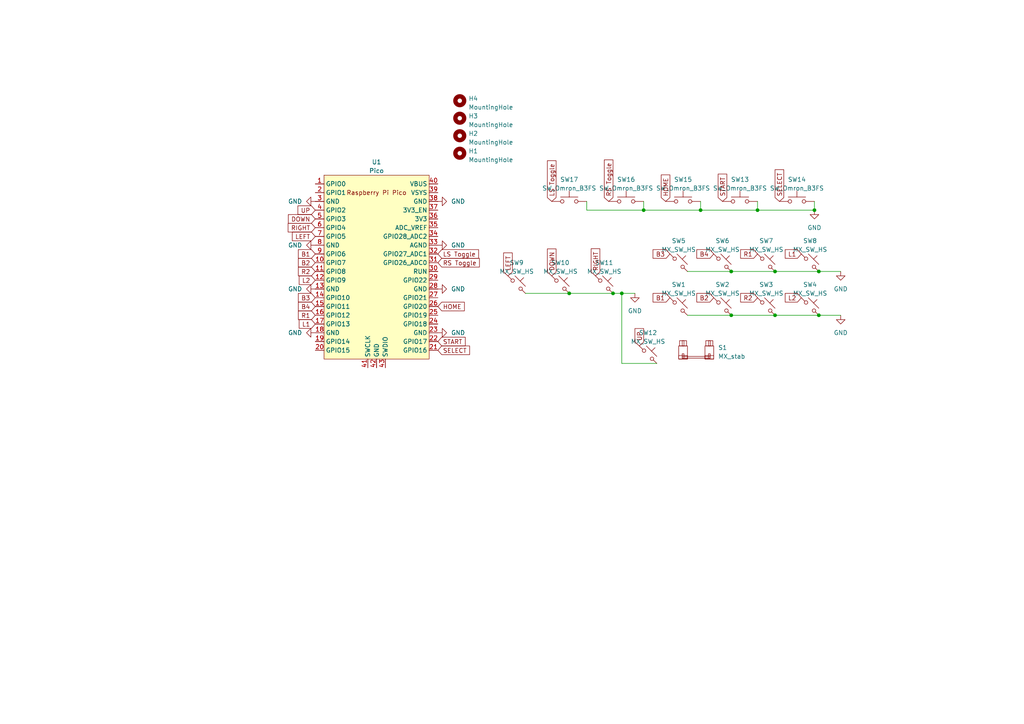
<source format=kicad_sch>
(kicad_sch (version 20230121) (generator eeschema)

  (uuid e5851faa-5324-41a2-8d3a-f95b8240fec4)

  (paper "A4")

  (lib_symbols
    (symbol "MCU_RaspberryPi_and_Boards:Pico" (in_bom yes) (on_board yes)
      (property "Reference" "U" (at -13.97 27.94 0)
        (effects (font (size 1.27 1.27)))
      )
      (property "Value" "Pico" (at 0 19.05 0)
        (effects (font (size 1.27 1.27)))
      )
      (property "Footprint" "RPi_Pico:RPi_Pico_SMD_TH" (at 0 0 90)
        (effects (font (size 1.27 1.27)) hide)
      )
      (property "Datasheet" "" (at 0 0 0)
        (effects (font (size 1.27 1.27)) hide)
      )
      (symbol "Pico_0_0"
        (text "Raspberry Pi Pico" (at 0 21.59 0)
          (effects (font (size 1.27 1.27)))
        )
      )
      (symbol "Pico_0_1"
        (rectangle (start -15.24 26.67) (end 15.24 -26.67)
          (stroke (width 0) (type default))
          (fill (type background))
        )
      )
      (symbol "Pico_1_1"
        (pin bidirectional line (at -17.78 24.13 0) (length 2.54)
          (name "GPIO0" (effects (font (size 1.27 1.27))))
          (number "1" (effects (font (size 1.27 1.27))))
        )
        (pin bidirectional line (at -17.78 1.27 0) (length 2.54)
          (name "GPIO7" (effects (font (size 1.27 1.27))))
          (number "10" (effects (font (size 1.27 1.27))))
        )
        (pin bidirectional line (at -17.78 -1.27 0) (length 2.54)
          (name "GPIO8" (effects (font (size 1.27 1.27))))
          (number "11" (effects (font (size 1.27 1.27))))
        )
        (pin bidirectional line (at -17.78 -3.81 0) (length 2.54)
          (name "GPIO9" (effects (font (size 1.27 1.27))))
          (number "12" (effects (font (size 1.27 1.27))))
        )
        (pin power_in line (at -17.78 -6.35 0) (length 2.54)
          (name "GND" (effects (font (size 1.27 1.27))))
          (number "13" (effects (font (size 1.27 1.27))))
        )
        (pin bidirectional line (at -17.78 -8.89 0) (length 2.54)
          (name "GPIO10" (effects (font (size 1.27 1.27))))
          (number "14" (effects (font (size 1.27 1.27))))
        )
        (pin bidirectional line (at -17.78 -11.43 0) (length 2.54)
          (name "GPIO11" (effects (font (size 1.27 1.27))))
          (number "15" (effects (font (size 1.27 1.27))))
        )
        (pin bidirectional line (at -17.78 -13.97 0) (length 2.54)
          (name "GPIO12" (effects (font (size 1.27 1.27))))
          (number "16" (effects (font (size 1.27 1.27))))
        )
        (pin bidirectional line (at -17.78 -16.51 0) (length 2.54)
          (name "GPIO13" (effects (font (size 1.27 1.27))))
          (number "17" (effects (font (size 1.27 1.27))))
        )
        (pin power_in line (at -17.78 -19.05 0) (length 2.54)
          (name "GND" (effects (font (size 1.27 1.27))))
          (number "18" (effects (font (size 1.27 1.27))))
        )
        (pin bidirectional line (at -17.78 -21.59 0) (length 2.54)
          (name "GPIO14" (effects (font (size 1.27 1.27))))
          (number "19" (effects (font (size 1.27 1.27))))
        )
        (pin bidirectional line (at -17.78 21.59 0) (length 2.54)
          (name "GPIO1" (effects (font (size 1.27 1.27))))
          (number "2" (effects (font (size 1.27 1.27))))
        )
        (pin bidirectional line (at -17.78 -24.13 0) (length 2.54)
          (name "GPIO15" (effects (font (size 1.27 1.27))))
          (number "20" (effects (font (size 1.27 1.27))))
        )
        (pin bidirectional line (at 17.78 -24.13 180) (length 2.54)
          (name "GPIO16" (effects (font (size 1.27 1.27))))
          (number "21" (effects (font (size 1.27 1.27))))
        )
        (pin bidirectional line (at 17.78 -21.59 180) (length 2.54)
          (name "GPIO17" (effects (font (size 1.27 1.27))))
          (number "22" (effects (font (size 1.27 1.27))))
        )
        (pin power_in line (at 17.78 -19.05 180) (length 2.54)
          (name "GND" (effects (font (size 1.27 1.27))))
          (number "23" (effects (font (size 1.27 1.27))))
        )
        (pin bidirectional line (at 17.78 -16.51 180) (length 2.54)
          (name "GPIO18" (effects (font (size 1.27 1.27))))
          (number "24" (effects (font (size 1.27 1.27))))
        )
        (pin bidirectional line (at 17.78 -13.97 180) (length 2.54)
          (name "GPIO19" (effects (font (size 1.27 1.27))))
          (number "25" (effects (font (size 1.27 1.27))))
        )
        (pin bidirectional line (at 17.78 -11.43 180) (length 2.54)
          (name "GPIO20" (effects (font (size 1.27 1.27))))
          (number "26" (effects (font (size 1.27 1.27))))
        )
        (pin bidirectional line (at 17.78 -8.89 180) (length 2.54)
          (name "GPIO21" (effects (font (size 1.27 1.27))))
          (number "27" (effects (font (size 1.27 1.27))))
        )
        (pin power_in line (at 17.78 -6.35 180) (length 2.54)
          (name "GND" (effects (font (size 1.27 1.27))))
          (number "28" (effects (font (size 1.27 1.27))))
        )
        (pin bidirectional line (at 17.78 -3.81 180) (length 2.54)
          (name "GPIO22" (effects (font (size 1.27 1.27))))
          (number "29" (effects (font (size 1.27 1.27))))
        )
        (pin power_in line (at -17.78 19.05 0) (length 2.54)
          (name "GND" (effects (font (size 1.27 1.27))))
          (number "3" (effects (font (size 1.27 1.27))))
        )
        (pin input line (at 17.78 -1.27 180) (length 2.54)
          (name "RUN" (effects (font (size 1.27 1.27))))
          (number "30" (effects (font (size 1.27 1.27))))
        )
        (pin bidirectional line (at 17.78 1.27 180) (length 2.54)
          (name "GPIO26_ADC0" (effects (font (size 1.27 1.27))))
          (number "31" (effects (font (size 1.27 1.27))))
        )
        (pin bidirectional line (at 17.78 3.81 180) (length 2.54)
          (name "GPIO27_ADC1" (effects (font (size 1.27 1.27))))
          (number "32" (effects (font (size 1.27 1.27))))
        )
        (pin power_in line (at 17.78 6.35 180) (length 2.54)
          (name "AGND" (effects (font (size 1.27 1.27))))
          (number "33" (effects (font (size 1.27 1.27))))
        )
        (pin bidirectional line (at 17.78 8.89 180) (length 2.54)
          (name "GPIO28_ADC2" (effects (font (size 1.27 1.27))))
          (number "34" (effects (font (size 1.27 1.27))))
        )
        (pin power_in line (at 17.78 11.43 180) (length 2.54)
          (name "ADC_VREF" (effects (font (size 1.27 1.27))))
          (number "35" (effects (font (size 1.27 1.27))))
        )
        (pin power_in line (at 17.78 13.97 180) (length 2.54)
          (name "3V3" (effects (font (size 1.27 1.27))))
          (number "36" (effects (font (size 1.27 1.27))))
        )
        (pin input line (at 17.78 16.51 180) (length 2.54)
          (name "3V3_EN" (effects (font (size 1.27 1.27))))
          (number "37" (effects (font (size 1.27 1.27))))
        )
        (pin bidirectional line (at 17.78 19.05 180) (length 2.54)
          (name "GND" (effects (font (size 1.27 1.27))))
          (number "38" (effects (font (size 1.27 1.27))))
        )
        (pin power_in line (at 17.78 21.59 180) (length 2.54)
          (name "VSYS" (effects (font (size 1.27 1.27))))
          (number "39" (effects (font (size 1.27 1.27))))
        )
        (pin bidirectional line (at -17.78 16.51 0) (length 2.54)
          (name "GPIO2" (effects (font (size 1.27 1.27))))
          (number "4" (effects (font (size 1.27 1.27))))
        )
        (pin power_in line (at 17.78 24.13 180) (length 2.54)
          (name "VBUS" (effects (font (size 1.27 1.27))))
          (number "40" (effects (font (size 1.27 1.27))))
        )
        (pin input line (at -2.54 -29.21 90) (length 2.54)
          (name "SWCLK" (effects (font (size 1.27 1.27))))
          (number "41" (effects (font (size 1.27 1.27))))
        )
        (pin power_in line (at 0 -29.21 90) (length 2.54)
          (name "GND" (effects (font (size 1.27 1.27))))
          (number "42" (effects (font (size 1.27 1.27))))
        )
        (pin bidirectional line (at 2.54 -29.21 90) (length 2.54)
          (name "SWDIO" (effects (font (size 1.27 1.27))))
          (number "43" (effects (font (size 1.27 1.27))))
        )
        (pin bidirectional line (at -17.78 13.97 0) (length 2.54)
          (name "GPIO3" (effects (font (size 1.27 1.27))))
          (number "5" (effects (font (size 1.27 1.27))))
        )
        (pin bidirectional line (at -17.78 11.43 0) (length 2.54)
          (name "GPIO4" (effects (font (size 1.27 1.27))))
          (number "6" (effects (font (size 1.27 1.27))))
        )
        (pin bidirectional line (at -17.78 8.89 0) (length 2.54)
          (name "GPIO5" (effects (font (size 1.27 1.27))))
          (number "7" (effects (font (size 1.27 1.27))))
        )
        (pin power_in line (at -17.78 6.35 0) (length 2.54)
          (name "GND" (effects (font (size 1.27 1.27))))
          (number "8" (effects (font (size 1.27 1.27))))
        )
        (pin bidirectional line (at -17.78 3.81 0) (length 2.54)
          (name "GPIO6" (effects (font (size 1.27 1.27))))
          (number "9" (effects (font (size 1.27 1.27))))
        )
      )
    )
    (symbol "Mechanical:MountingHole" (pin_names (offset 1.016)) (in_bom yes) (on_board yes)
      (property "Reference" "H" (at 0 5.08 0)
        (effects (font (size 1.27 1.27)))
      )
      (property "Value" "MountingHole" (at 0 3.175 0)
        (effects (font (size 1.27 1.27)))
      )
      (property "Footprint" "" (at 0 0 0)
        (effects (font (size 1.27 1.27)) hide)
      )
      (property "Datasheet" "~" (at 0 0 0)
        (effects (font (size 1.27 1.27)) hide)
      )
      (property "ki_keywords" "mounting hole" (at 0 0 0)
        (effects (font (size 1.27 1.27)) hide)
      )
      (property "ki_description" "Mounting Hole without connection" (at 0 0 0)
        (effects (font (size 1.27 1.27)) hide)
      )
      (property "ki_fp_filters" "MountingHole*" (at 0 0 0)
        (effects (font (size 1.27 1.27)) hide)
      )
      (symbol "MountingHole_0_1"
        (circle (center 0 0) (radius 1.27)
          (stroke (width 1.27) (type default))
          (fill (type none))
        )
      )
    )
    (symbol "Switch:SW_Omron_B3FS" (pin_numbers hide) (pin_names (offset 1.016) hide) (in_bom yes) (on_board yes)
      (property "Reference" "SW" (at 1.27 2.54 0)
        (effects (font (size 1.27 1.27)) (justify left))
      )
      (property "Value" "SW_Omron_B3FS" (at 0 -1.524 0)
        (effects (font (size 1.27 1.27)))
      )
      (property "Footprint" "" (at 0 5.08 0)
        (effects (font (size 1.27 1.27)) hide)
      )
      (property "Datasheet" "https://omronfs.omron.com/en_US/ecb/products/pdf/en-b3fs.pdf" (at 0 5.08 0)
        (effects (font (size 1.27 1.27)) hide)
      )
      (property "ki_keywords" "switch normally-open pushbutton push-button" (at 0 0 0)
        (effects (font (size 1.27 1.27)) hide)
      )
      (property "ki_description" "Omron B3FS 6x6mm single pole normally-open tactile switch" (at 0 0 0)
        (effects (font (size 1.27 1.27)) hide)
      )
      (property "ki_fp_filters" "SW*Omron*B3FS*" (at 0 0 0)
        (effects (font (size 1.27 1.27)) hide)
      )
      (symbol "SW_Omron_B3FS_0_1"
        (circle (center -2.032 0) (radius 0.508)
          (stroke (width 0) (type default))
          (fill (type none))
        )
        (polyline
          (pts
            (xy 0 1.27)
            (xy 0 3.048)
          )
          (stroke (width 0) (type default))
          (fill (type none))
        )
        (polyline
          (pts
            (xy 2.54 1.27)
            (xy -2.54 1.27)
          )
          (stroke (width 0) (type default))
          (fill (type none))
        )
        (circle (center 2.032 0) (radius 0.508)
          (stroke (width 0) (type default))
          (fill (type none))
        )
        (pin passive line (at -5.08 0 0) (length 2.54)
          (name "1" (effects (font (size 1.27 1.27))))
          (number "1" (effects (font (size 1.27 1.27))))
        )
        (pin passive line (at 5.08 0 180) (length 2.54)
          (name "2" (effects (font (size 1.27 1.27))))
          (number "2" (effects (font (size 1.27 1.27))))
        )
      )
    )
    (symbol "marbastlib-mx:MX_SW_HS" (pin_numbers hide) (pin_names (offset 1.016) hide) (in_bom yes) (on_board yes)
      (property "Reference" "SW" (at 3.048 1.016 0)
        (effects (font (size 1.27 1.27)) (justify left))
      )
      (property "Value" "MX_SW_HS" (at 0 -3.81 0)
        (effects (font (size 1.27 1.27)))
      )
      (property "Footprint" "marbastlib-mx:SW_MX_HS_1u" (at 0 0 0)
        (effects (font (size 1.27 1.27)) hide)
      )
      (property "Datasheet" "~" (at 0 0 0)
        (effects (font (size 1.27 1.27)) hide)
      )
      (property "ki_keywords" "switch normally-open pushbutton push-button" (at 0 0 0)
        (effects (font (size 1.27 1.27)) hide)
      )
      (property "ki_description" "Push button switch, normally open, two pins, 45° tilted" (at 0 0 0)
        (effects (font (size 1.27 1.27)) hide)
      )
      (symbol "MX_SW_HS_0_1"
        (circle (center -1.1684 1.1684) (radius 0.508)
          (stroke (width 0) (type default))
          (fill (type none))
        )
        (polyline
          (pts
            (xy -0.508 2.54)
            (xy 2.54 -0.508)
          )
          (stroke (width 0) (type default))
          (fill (type none))
        )
        (polyline
          (pts
            (xy 1.016 1.016)
            (xy 2.032 2.032)
          )
          (stroke (width 0) (type default))
          (fill (type none))
        )
        (polyline
          (pts
            (xy -2.54 2.54)
            (xy -1.524 1.524)
            (xy -1.524 1.524)
          )
          (stroke (width 0) (type default))
          (fill (type none))
        )
        (polyline
          (pts
            (xy 1.524 -1.524)
            (xy 2.54 -2.54)
            (xy 2.54 -2.54)
            (xy 2.54 -2.54)
          )
          (stroke (width 0) (type default))
          (fill (type none))
        )
        (circle (center 1.143 -1.1938) (radius 0.508)
          (stroke (width 0) (type default))
          (fill (type none))
        )
        (pin passive line (at -2.54 2.54 0) (length 0)
          (name "1" (effects (font (size 1.27 1.27))))
          (number "1" (effects (font (size 1.27 1.27))))
        )
        (pin passive line (at 2.54 -2.54 180) (length 0)
          (name "2" (effects (font (size 1.27 1.27))))
          (number "2" (effects (font (size 1.27 1.27))))
        )
      )
    )
    (symbol "marbastlib-mx:MX_stab" (pin_names (offset 1.016)) (in_bom yes) (on_board yes)
      (property "Reference" "S" (at -5.08 6.35 0)
        (effects (font (size 1.27 1.27)) (justify left))
      )
      (property "Value" "MX_stab" (at -5.08 3.81 0)
        (effects (font (size 1.27 1.27)) (justify left))
      )
      (property "Footprint" "marbastlib-mx:STAB_MX_P_6.25u" (at 0 0 0)
        (effects (font (size 1.27 1.27)) hide)
      )
      (property "Datasheet" "" (at 0 0 0)
        (effects (font (size 1.27 1.27)) hide)
      )
      (property "ki_keywords" "cherry mx stabilizer stab" (at 0 0 0)
        (effects (font (size 1.27 1.27)) hide)
      )
      (property "ki_description" "Cherry MX-style stabilizer" (at 0 0 0)
        (effects (font (size 1.27 1.27)) hide)
      )
      (symbol "MX_stab_0_1"
        (rectangle (start -5.08 -1.524) (end -2.54 -2.54)
          (stroke (width 0) (type default))
          (fill (type none))
        )
        (rectangle (start -5.08 1.27) (end -2.54 -2.54)
          (stroke (width 0) (type default))
          (fill (type none))
        )
        (rectangle (start -4.826 2.794) (end -2.794 1.27)
          (stroke (width 0) (type default))
          (fill (type none))
        )
        (rectangle (start -4.064 -2.286) (end -3.556 -1.016)
          (stroke (width 0) (type default))
          (fill (type none))
        )
        (rectangle (start -4.064 -1.778) (end 4.064 -2.286)
          (stroke (width 0) (type default))
          (fill (type none))
        )
        (rectangle (start -4.064 1.27) (end -3.556 2.794)
          (stroke (width 0) (type default))
          (fill (type none))
        )
        (rectangle (start 2.54 -1.524) (end 5.08 -2.54)
          (stroke (width 0) (type default))
          (fill (type none))
        )
        (rectangle (start 2.54 1.27) (end 5.08 -2.54)
          (stroke (width 0) (type default))
          (fill (type none))
        )
        (rectangle (start 2.794 2.794) (end 4.826 1.27)
          (stroke (width 0) (type default))
          (fill (type none))
        )
        (rectangle (start 3.556 1.27) (end 4.064 2.794)
          (stroke (width 0) (type default))
          (fill (type none))
        )
        (rectangle (start 4.064 -2.286) (end 3.556 -1.016)
          (stroke (width 0) (type default))
          (fill (type none))
        )
      )
    )
    (symbol "power:GND" (power) (pin_names (offset 0)) (in_bom yes) (on_board yes)
      (property "Reference" "#PWR" (at 0 -6.35 0)
        (effects (font (size 1.27 1.27)) hide)
      )
      (property "Value" "GND" (at 0 -3.81 0)
        (effects (font (size 1.27 1.27)))
      )
      (property "Footprint" "" (at 0 0 0)
        (effects (font (size 1.27 1.27)) hide)
      )
      (property "Datasheet" "" (at 0 0 0)
        (effects (font (size 1.27 1.27)) hide)
      )
      (property "ki_keywords" "global power" (at 0 0 0)
        (effects (font (size 1.27 1.27)) hide)
      )
      (property "ki_description" "Power symbol creates a global label with name \"GND\" , ground" (at 0 0 0)
        (effects (font (size 1.27 1.27)) hide)
      )
      (symbol "GND_0_1"
        (polyline
          (pts
            (xy 0 0)
            (xy 0 -1.27)
            (xy 1.27 -1.27)
            (xy 0 -2.54)
            (xy -1.27 -1.27)
            (xy 0 -1.27)
          )
          (stroke (width 0) (type default))
          (fill (type none))
        )
      )
      (symbol "GND_1_1"
        (pin power_in line (at 0 0 270) (length 0) hide
          (name "GND" (effects (font (size 1.27 1.27))))
          (number "1" (effects (font (size 1.27 1.27))))
        )
      )
    )
  )

  (junction (at 180.34 85.09) (diameter 0) (color 0 0 0 0)
    (uuid 114bbabe-b302-4950-a393-bbb0d0a9de8d)
  )
  (junction (at 219.71 60.96) (diameter 0) (color 0 0 0 0)
    (uuid 39cc2eea-f24c-4aa0-8edc-ea4a559cfce4)
  )
  (junction (at 236.22 60.96) (diameter 0) (color 0 0 0 0)
    (uuid 62928688-a6f0-4ced-b6e1-9fcd26b852b8)
  )
  (junction (at 203.2 60.96) (diameter 0) (color 0 0 0 0)
    (uuid 8646b8b5-b666-4adc-834b-9ada662ad75d)
  )
  (junction (at 186.69 60.96) (diameter 0) (color 0 0 0 0)
    (uuid 90aef5ae-ce04-4f01-b733-f20a89d09b0a)
  )
  (junction (at 224.79 78.74) (diameter 0) (color 0 0 0 0)
    (uuid bffbb844-07d3-42a0-8471-f88382fbb550)
  )
  (junction (at 224.79 91.44) (diameter 0) (color 0 0 0 0)
    (uuid cbe68dab-5b11-41d1-b57a-476305c28dc9)
  )
  (junction (at 212.09 91.44) (diameter 0) (color 0 0 0 0)
    (uuid cf95fa73-6431-47b8-a1f2-a800d5a357e5)
  )
  (junction (at 212.09 78.74) (diameter 0) (color 0 0 0 0)
    (uuid d63b7dce-b78c-45fe-ac06-d504affccbb9)
  )
  (junction (at 165.1 85.09) (diameter 0) (color 0 0 0 0)
    (uuid dcaec540-83eb-48eb-8d1f-4570fe52c9f3)
  )
  (junction (at 237.49 78.74) (diameter 0) (color 0 0 0 0)
    (uuid f2401a97-48ac-4822-a94b-ff025bded739)
  )
  (junction (at 177.8 85.09) (diameter 0) (color 0 0 0 0)
    (uuid f396f7f2-0a94-43d4-a9e2-1af9510b46b2)
  )
  (junction (at 237.49 91.44) (diameter 0) (color 0 0 0 0)
    (uuid fcd7bb0e-3376-419e-861e-2e65f6f750fb)
  )

  (wire (pts (xy 165.1 85.09) (xy 177.8 85.09))
    (stroke (width 0) (type default))
    (uuid 0da1bb42-92db-4e91-9164-237caa3f7f59)
  )
  (wire (pts (xy 199.39 78.74) (xy 212.09 78.74))
    (stroke (width 0) (type default))
    (uuid 0e5ddcb9-92e0-49db-92b5-ca41768111f0)
  )
  (wire (pts (xy 237.49 78.74) (xy 243.84 78.74))
    (stroke (width 0) (type default))
    (uuid 307a53d6-8a44-4e40-aa72-4bc5d27a5709)
  )
  (wire (pts (xy 177.8 85.09) (xy 180.34 85.09))
    (stroke (width 0) (type default))
    (uuid 573450bc-de43-427d-9a87-3d8cd2efe22c)
  )
  (wire (pts (xy 224.79 78.74) (xy 237.49 78.74))
    (stroke (width 0) (type default))
    (uuid 5c4f5d54-494e-4338-b290-21de3f3a71b2)
  )
  (wire (pts (xy 237.49 91.44) (xy 243.84 91.44))
    (stroke (width 0) (type default))
    (uuid 604d6edc-eab5-4ca9-ad7e-ed88487c0627)
  )
  (wire (pts (xy 190.5 105.41) (xy 180.34 105.41))
    (stroke (width 0) (type default))
    (uuid 6ccfb900-fbef-453d-a47f-6f40a99a9a22)
  )
  (wire (pts (xy 212.09 91.44) (xy 224.79 91.44))
    (stroke (width 0) (type default))
    (uuid 6d3d5697-5a73-4a6a-8d73-17823ef8480f)
  )
  (wire (pts (xy 212.09 78.74) (xy 224.79 78.74))
    (stroke (width 0) (type default))
    (uuid 6d7eb622-41dc-4c84-9019-03a54d970a45)
  )
  (wire (pts (xy 203.2 58.42) (xy 203.2 60.96))
    (stroke (width 0) (type default))
    (uuid 73eeeb13-b67e-45d9-92f2-f016000c96f3)
  )
  (wire (pts (xy 180.34 85.09) (xy 180.34 105.41))
    (stroke (width 0) (type default))
    (uuid 7ddbf225-45bf-4c38-89b0-377886c505fd)
  )
  (wire (pts (xy 199.39 91.44) (xy 212.09 91.44))
    (stroke (width 0) (type default))
    (uuid 830eb7f4-ac2f-4628-a355-fd69200bde85)
  )
  (wire (pts (xy 170.18 58.42) (xy 170.18 60.96))
    (stroke (width 0) (type default))
    (uuid 8c9eccba-1883-499b-a6d1-a45ad7061459)
  )
  (wire (pts (xy 224.79 91.44) (xy 237.49 91.44))
    (stroke (width 0) (type default))
    (uuid a0863e7a-e8e6-4cec-9bda-84d0f5c882ad)
  )
  (wire (pts (xy 186.69 58.42) (xy 186.69 60.96))
    (stroke (width 0) (type default))
    (uuid b2f42f8c-964c-49e6-9c35-29b822b82667)
  )
  (wire (pts (xy 236.22 58.42) (xy 236.22 60.96))
    (stroke (width 0) (type default))
    (uuid baff3e9a-3526-4dbf-acf3-c89e3fcf8ee1)
  )
  (wire (pts (xy 219.71 60.96) (xy 236.22 60.96))
    (stroke (width 0) (type default))
    (uuid bee2e367-c104-4073-aea8-7061fcf008a8)
  )
  (wire (pts (xy 170.18 60.96) (xy 186.69 60.96))
    (stroke (width 0) (type default))
    (uuid c492db9e-359e-43be-99cd-a63fad3828e7)
  )
  (wire (pts (xy 152.4 85.09) (xy 165.1 85.09))
    (stroke (width 0) (type default))
    (uuid c570c2e4-ea0a-45a9-b321-7a1b4a10cc78)
  )
  (wire (pts (xy 219.71 58.42) (xy 219.71 60.96))
    (stroke (width 0) (type default))
    (uuid c6e7a7e0-b11c-4452-8bdb-81a63f7d1a34)
  )
  (wire (pts (xy 203.2 60.96) (xy 219.71 60.96))
    (stroke (width 0) (type default))
    (uuid dbe7ddbc-cf55-4b9c-b456-2653c97931bb)
  )
  (wire (pts (xy 180.34 85.09) (xy 184.15 85.09))
    (stroke (width 0) (type default))
    (uuid f6eda723-ca19-41f9-82cb-d1419e9d62c0)
  )
  (wire (pts (xy 186.69 60.96) (xy 203.2 60.96))
    (stroke (width 0) (type default))
    (uuid fc264257-0c1b-4d14-91c2-509c495aa0ed)
  )

  (global_label "DOWN" (shape input) (at 160.02 80.01 90) (fields_autoplaced)
    (effects (font (size 1.27 1.27)) (justify left))
    (uuid 061a1d3b-aa4b-4e58-8a4f-6c7eefa19600)
    (property "Intersheetrefs" "${INTERSHEET_REFS}" (at 160.02 71.7218 90)
      (effects (font (size 1.27 1.27)) (justify left) hide)
    )
  )
  (global_label "HOME" (shape input) (at 193.04 58.42 90) (fields_autoplaced)
    (effects (font (size 1.27 1.27)) (justify left))
    (uuid 09ef0c8a-4b5c-4ef5-88fb-76282d1c9ec5)
    (property "Intersheetrefs" "${INTERSHEET_REFS}" (at 193.04 50.2528 90)
      (effects (font (size 1.27 1.27)) (justify left) hide)
    )
  )
  (global_label "R1" (shape input) (at 91.44 91.44 180) (fields_autoplaced)
    (effects (font (size 1.27 1.27)) (justify right))
    (uuid 0cb7d0d4-db7b-4624-8921-1ac344940803)
    (property "Intersheetrefs" "${INTERSHEET_REFS}" (at 86.0547 91.44 0)
      (effects (font (size 1.27 1.27)) (justify right) hide)
    )
  )
  (global_label "UP" (shape input) (at 91.44 60.96 180) (fields_autoplaced)
    (effects (font (size 1.27 1.27)) (justify right))
    (uuid 36790c6b-90b9-4777-9b84-f028687d84ea)
    (property "Intersheetrefs" "${INTERSHEET_REFS}" (at 85.9337 60.96 0)
      (effects (font (size 1.27 1.27)) (justify right) hide)
    )
  )
  (global_label "R2" (shape input) (at 91.44 78.74 180) (fields_autoplaced)
    (effects (font (size 1.27 1.27)) (justify right))
    (uuid 37bcfad8-071c-4906-b42c-71fa6fa35b45)
    (property "Intersheetrefs" "${INTERSHEET_REFS}" (at 86.0547 78.74 0)
      (effects (font (size 1.27 1.27)) (justify right) hide)
    )
  )
  (global_label "B2" (shape input) (at 91.44 76.2 180) (fields_autoplaced)
    (effects (font (size 1.27 1.27)) (justify right))
    (uuid 380a09fb-0b85-47c8-8e60-7ddbea2d06dc)
    (property "Intersheetrefs" "${INTERSHEET_REFS}" (at 86.0547 76.2 0)
      (effects (font (size 1.27 1.27)) (justify right) hide)
    )
  )
  (global_label "HOME" (shape input) (at 127 88.9 0) (fields_autoplaced)
    (effects (font (size 1.27 1.27)) (justify left))
    (uuid 3dac833f-cfe8-43ff-ba43-cd4d48b43531)
    (property "Intersheetrefs" "${INTERSHEET_REFS}" (at 135.1672 88.9 0)
      (effects (font (size 1.27 1.27)) (justify left) hide)
    )
  )
  (global_label "B4" (shape input) (at 207.01 73.66 180) (fields_autoplaced)
    (effects (font (size 1.27 1.27)) (justify right))
    (uuid 4139e510-3d75-4abb-af1d-0742fd2fc609)
    (property "Intersheetrefs" "${INTERSHEET_REFS}" (at 201.6247 73.66 0)
      (effects (font (size 1.27 1.27)) (justify right) hide)
    )
  )
  (global_label "R1" (shape input) (at 219.71 73.66 180) (fields_autoplaced)
    (effects (font (size 1.27 1.27)) (justify right))
    (uuid 4a6fac91-f6d7-4d5b-b5be-944fd097517b)
    (property "Intersheetrefs" "${INTERSHEET_REFS}" (at 214.3247 73.66 0)
      (effects (font (size 1.27 1.27)) (justify right) hide)
    )
  )
  (global_label "L1" (shape input) (at 91.44 93.98 180) (fields_autoplaced)
    (effects (font (size 1.27 1.27)) (justify right))
    (uuid 4c25022d-6516-4285-82df-3e2187b3cab8)
    (property "Intersheetrefs" "${INTERSHEET_REFS}" (at 86.2966 93.98 0)
      (effects (font (size 1.27 1.27)) (justify right) hide)
    )
  )
  (global_label "B1" (shape input) (at 194.31 86.36 180) (fields_autoplaced)
    (effects (font (size 1.27 1.27)) (justify right))
    (uuid 4d2e9480-d910-4d91-8bba-74a0003f5149)
    (property "Intersheetrefs" "${INTERSHEET_REFS}" (at 188.9247 86.36 0)
      (effects (font (size 1.27 1.27)) (justify right) hide)
    )
  )
  (global_label "R2" (shape input) (at 219.71 86.36 180) (fields_autoplaced)
    (effects (font (size 1.27 1.27)) (justify right))
    (uuid 4d5ba40d-8dc8-4419-9075-2e86a32711d1)
    (property "Intersheetrefs" "${INTERSHEET_REFS}" (at 214.3247 86.36 0)
      (effects (font (size 1.27 1.27)) (justify right) hide)
    )
  )
  (global_label "L1" (shape input) (at 232.41 73.66 180) (fields_autoplaced)
    (effects (font (size 1.27 1.27)) (justify right))
    (uuid 606b39bd-4324-4b92-bff3-a195986ee9da)
    (property "Intersheetrefs" "${INTERSHEET_REFS}" (at 227.2666 73.66 0)
      (effects (font (size 1.27 1.27)) (justify right) hide)
    )
  )
  (global_label "L2" (shape input) (at 232.41 86.36 180) (fields_autoplaced)
    (effects (font (size 1.27 1.27)) (justify right))
    (uuid 66418b64-a1b1-43e3-a354-44321eeff308)
    (property "Intersheetrefs" "${INTERSHEET_REFS}" (at 227.2666 86.36 0)
      (effects (font (size 1.27 1.27)) (justify right) hide)
    )
  )
  (global_label "B3" (shape input) (at 194.31 73.66 180) (fields_autoplaced)
    (effects (font (size 1.27 1.27)) (justify right))
    (uuid 66c18ef0-7ca0-454e-923a-11a6b09e88d0)
    (property "Intersheetrefs" "${INTERSHEET_REFS}" (at 188.9247 73.66 0)
      (effects (font (size 1.27 1.27)) (justify right) hide)
    )
  )
  (global_label "L2" (shape input) (at 91.44 81.28 180) (fields_autoplaced)
    (effects (font (size 1.27 1.27)) (justify right))
    (uuid 6b7e9b5b-60f0-4560-b313-b36a75878491)
    (property "Intersheetrefs" "${INTERSHEET_REFS}" (at 86.2966 81.28 0)
      (effects (font (size 1.27 1.27)) (justify right) hide)
    )
  )
  (global_label "B1" (shape input) (at 91.44 73.66 180) (fields_autoplaced)
    (effects (font (size 1.27 1.27)) (justify right))
    (uuid 6bb9c596-1cd3-49b6-a125-1b64a71713c6)
    (property "Intersheetrefs" "${INTERSHEET_REFS}" (at 86.0547 73.66 0)
      (effects (font (size 1.27 1.27)) (justify right) hide)
    )
  )
  (global_label "RS Toggle" (shape input) (at 127 76.2 0) (fields_autoplaced)
    (effects (font (size 1.27 1.27)) (justify left))
    (uuid 710dd29f-e136-4756-9163-f57841f0afa7)
    (property "Intersheetrefs" "${INTERSHEET_REFS}" (at 139.3157 76.2 0)
      (effects (font (size 1.27 1.27)) (justify left) hide)
    )
  )
  (global_label "RS Toggle" (shape input) (at 176.53 58.42 90) (fields_autoplaced)
    (effects (font (size 1.27 1.27)) (justify left))
    (uuid 73a96314-61c2-4204-bef6-895ece089f52)
    (property "Intersheetrefs" "${INTERSHEET_REFS}" (at 176.53 46.1043 90)
      (effects (font (size 1.27 1.27)) (justify left) hide)
    )
  )
  (global_label "UP" (shape input) (at 185.42 100.33 90) (fields_autoplaced)
    (effects (font (size 1.27 1.27)) (justify left))
    (uuid 778b9ef5-6fe4-4511-9013-b1a260a0f265)
    (property "Intersheetrefs" "${INTERSHEET_REFS}" (at 185.42 94.8237 90)
      (effects (font (size 1.27 1.27)) (justify left) hide)
    )
  )
  (global_label "LS Toggle" (shape input) (at 127 73.66 0) (fields_autoplaced)
    (effects (font (size 1.27 1.27)) (justify left))
    (uuid 7c5708f2-35ff-4ddb-bc7d-bce71f4325c6)
    (property "Intersheetrefs" "${INTERSHEET_REFS}" (at 139.0738 73.66 0)
      (effects (font (size 1.27 1.27)) (justify left) hide)
    )
  )
  (global_label "RIGHT" (shape input) (at 172.72 80.01 90) (fields_autoplaced)
    (effects (font (size 1.27 1.27)) (justify left))
    (uuid 84490c5d-a088-456b-aef5-03f7dd023319)
    (property "Intersheetrefs" "${INTERSHEET_REFS}" (at 172.72 71.6613 90)
      (effects (font (size 1.27 1.27)) (justify left) hide)
    )
  )
  (global_label "RIGHT" (shape input) (at 91.44 66.04 180) (fields_autoplaced)
    (effects (font (size 1.27 1.27)) (justify right))
    (uuid 861600fe-6417-49cc-83d7-5fa830036645)
    (property "Intersheetrefs" "${INTERSHEET_REFS}" (at 83.0913 66.04 0)
      (effects (font (size 1.27 1.27)) (justify right) hide)
    )
  )
  (global_label "B2" (shape input) (at 207.01 86.36 180) (fields_autoplaced)
    (effects (font (size 1.27 1.27)) (justify right))
    (uuid 86eec5e3-2af0-4517-87d3-ef36cfc7a778)
    (property "Intersheetrefs" "${INTERSHEET_REFS}" (at 201.6247 86.36 0)
      (effects (font (size 1.27 1.27)) (justify right) hide)
    )
  )
  (global_label "B4" (shape input) (at 91.44 88.9 180) (fields_autoplaced)
    (effects (font (size 1.27 1.27)) (justify right))
    (uuid 91609258-ad6e-40a2-ae19-e9da7e12c8a1)
    (property "Intersheetrefs" "${INTERSHEET_REFS}" (at 86.0547 88.9 0)
      (effects (font (size 1.27 1.27)) (justify right) hide)
    )
  )
  (global_label "START" (shape input) (at 209.55 58.42 90) (fields_autoplaced)
    (effects (font (size 1.27 1.27)) (justify left))
    (uuid a70f229f-afd0-4da1-bdda-1ed9e6ee6002)
    (property "Intersheetrefs" "${INTERSHEET_REFS}" (at 209.55 50.0109 90)
      (effects (font (size 1.27 1.27)) (justify left) hide)
    )
  )
  (global_label "START" (shape input) (at 127 99.06 0) (fields_autoplaced)
    (effects (font (size 1.27 1.27)) (justify left))
    (uuid a7720ffe-047e-483a-967d-fb58452960ca)
    (property "Intersheetrefs" "${INTERSHEET_REFS}" (at 135.4091 99.06 0)
      (effects (font (size 1.27 1.27)) (justify left) hide)
    )
  )
  (global_label "B3" (shape input) (at 91.44 86.36 180) (fields_autoplaced)
    (effects (font (size 1.27 1.27)) (justify right))
    (uuid a9e2d5cf-1755-4762-8f01-07353f602970)
    (property "Intersheetrefs" "${INTERSHEET_REFS}" (at 86.0547 86.36 0)
      (effects (font (size 1.27 1.27)) (justify right) hide)
    )
  )
  (global_label "SELECT" (shape input) (at 226.06 58.42 90) (fields_autoplaced)
    (effects (font (size 1.27 1.27)) (justify left))
    (uuid b01f1273-8458-4917-806e-25ba122337ef)
    (property "Intersheetrefs" "${INTERSHEET_REFS}" (at 226.06 48.741 90)
      (effects (font (size 1.27 1.27)) (justify left) hide)
    )
  )
  (global_label "SELECT" (shape input) (at 127 101.6 0) (fields_autoplaced)
    (effects (font (size 1.27 1.27)) (justify left))
    (uuid bb2cc50c-8494-4d4e-863a-cc374999ed15)
    (property "Intersheetrefs" "${INTERSHEET_REFS}" (at 136.679 101.6 0)
      (effects (font (size 1.27 1.27)) (justify left) hide)
    )
  )
  (global_label "DOWN" (shape input) (at 91.44 63.5 180) (fields_autoplaced)
    (effects (font (size 1.27 1.27)) (justify right))
    (uuid cd82d52b-400c-4240-98af-c0cd0dfdc033)
    (property "Intersheetrefs" "${INTERSHEET_REFS}" (at 83.1518 63.5 0)
      (effects (font (size 1.27 1.27)) (justify right) hide)
    )
  )
  (global_label "LEFT" (shape input) (at 91.44 68.58 180) (fields_autoplaced)
    (effects (font (size 1.27 1.27)) (justify right))
    (uuid d1d988ab-0a6a-46c8-8817-da86b67b16c9)
    (property "Intersheetrefs" "${INTERSHEET_REFS}" (at 84.3009 68.58 0)
      (effects (font (size 1.27 1.27)) (justify right) hide)
    )
  )
  (global_label "LS Toggle" (shape input) (at 160.02 58.42 90) (fields_autoplaced)
    (effects (font (size 1.27 1.27)) (justify left))
    (uuid e448fd48-639b-4e66-a947-0abf2e262a62)
    (property "Intersheetrefs" "${INTERSHEET_REFS}" (at 160.02 46.3462 90)
      (effects (font (size 1.27 1.27)) (justify left) hide)
    )
  )
  (global_label "LEFT" (shape input) (at 147.32 80.01 90) (fields_autoplaced)
    (effects (font (size 1.27 1.27)) (justify left))
    (uuid ed56291c-3bdb-46cc-a16f-4c17ae0287d2)
    (property "Intersheetrefs" "${INTERSHEET_REFS}" (at 147.32 72.8709 90)
      (effects (font (size 1.27 1.27)) (justify left) hide)
    )
  )

  (symbol (lib_id "power:GND") (at 243.84 78.74 0) (unit 1)
    (in_bom yes) (on_board yes) (dnp no) (fields_autoplaced)
    (uuid 03e61223-add1-4ec3-9e74-4aafb0f04f50)
    (property "Reference" "#PWR05" (at 243.84 85.09 0)
      (effects (font (size 1.27 1.27)) hide)
    )
    (property "Value" "GND" (at 243.84 83.82 0)
      (effects (font (size 1.27 1.27)))
    )
    (property "Footprint" "" (at 243.84 78.74 0)
      (effects (font (size 1.27 1.27)) hide)
    )
    (property "Datasheet" "" (at 243.84 78.74 0)
      (effects (font (size 1.27 1.27)) hide)
    )
    (pin "1" (uuid 372b274d-78d5-425b-9c45-1494ab4351b3))
    (instances
      (project "MDBOX"
        (path "/e5851faa-5324-41a2-8d3a-f95b8240fec4"
          (reference "#PWR05") (unit 1)
        )
      )
    )
  )

  (symbol (lib_id "power:GND") (at 127 58.42 90) (unit 1)
    (in_bom yes) (on_board yes) (dnp no)
    (uuid 05b1eac6-fc1c-48e8-9d90-52537a8ece90)
    (property "Reference" "#PWR03" (at 133.35 58.42 0)
      (effects (font (size 1.27 1.27)) hide)
    )
    (property "Value" "GND" (at 130.81 58.42 90)
      (effects (font (size 1.27 1.27)) (justify right))
    )
    (property "Footprint" "" (at 127 58.42 0)
      (effects (font (size 1.27 1.27)) hide)
    )
    (property "Datasheet" "" (at 127 58.42 0)
      (effects (font (size 1.27 1.27)) hide)
    )
    (pin "1" (uuid 1f579af9-4249-4638-9502-3f64db76faf5))
    (instances
      (project "MDBOX"
        (path "/e5851faa-5324-41a2-8d3a-f95b8240fec4"
          (reference "#PWR03") (unit 1)
        )
      )
    )
  )

  (symbol (lib_id "power:GND") (at 184.15 85.09 0) (unit 1)
    (in_bom yes) (on_board yes) (dnp no) (fields_autoplaced)
    (uuid 1076ae44-86c2-49de-a09b-c3f4b638c724)
    (property "Reference" "#PWR07" (at 184.15 91.44 0)
      (effects (font (size 1.27 1.27)) hide)
    )
    (property "Value" "GND" (at 184.15 90.17 0)
      (effects (font (size 1.27 1.27)))
    )
    (property "Footprint" "" (at 184.15 85.09 0)
      (effects (font (size 1.27 1.27)) hide)
    )
    (property "Datasheet" "" (at 184.15 85.09 0)
      (effects (font (size 1.27 1.27)) hide)
    )
    (pin "1" (uuid a8a3d2d7-a544-4faf-a309-c1b8330c4777))
    (instances
      (project "MDBOX"
        (path "/e5851faa-5324-41a2-8d3a-f95b8240fec4"
          (reference "#PWR07") (unit 1)
        )
      )
    )
  )

  (symbol (lib_id "marbastlib-mx:MX_SW_HS") (at 196.85 88.9 0) (unit 1)
    (in_bom yes) (on_board yes) (dnp no) (fields_autoplaced)
    (uuid 170d9058-78b2-4d67-a643-36ac9357abc0)
    (property "Reference" "SW1" (at 196.85 82.55 0)
      (effects (font (size 1.27 1.27)))
    )
    (property "Value" "MX_SW_HS" (at 196.85 85.09 0)
      (effects (font (size 1.27 1.27)))
    )
    (property "Footprint" "marbastlib-mx:SW_MX_HS_1u" (at 196.85 88.9 0)
      (effects (font (size 1.27 1.27)) hide)
    )
    (property "Datasheet" "~" (at 196.85 88.9 0)
      (effects (font (size 1.27 1.27)) hide)
    )
    (pin "1" (uuid f77504ec-79df-41a2-bcb1-98d1dc33afed))
    (pin "2" (uuid 663ec8d6-c087-478c-898a-aa31d160ba97))
    (instances
      (project "MDBOX"
        (path "/e5851faa-5324-41a2-8d3a-f95b8240fec4"
          (reference "SW1") (unit 1)
        )
      )
    )
  )

  (symbol (lib_id "marbastlib-mx:MX_SW_HS") (at 234.95 76.2 0) (unit 1)
    (in_bom yes) (on_board yes) (dnp no) (fields_autoplaced)
    (uuid 1fd3be96-c42d-4769-8145-943ae658ed65)
    (property "Reference" "SW8" (at 234.95 69.85 0)
      (effects (font (size 1.27 1.27)))
    )
    (property "Value" "MX_SW_HS" (at 234.95 72.39 0)
      (effects (font (size 1.27 1.27)))
    )
    (property "Footprint" "marbastlib-mx:SW_MX_HS_1u" (at 234.95 76.2 0)
      (effects (font (size 1.27 1.27)) hide)
    )
    (property "Datasheet" "~" (at 234.95 76.2 0)
      (effects (font (size 1.27 1.27)) hide)
    )
    (pin "1" (uuid bbdb2fc5-5152-4a20-92d3-a432fe563182))
    (pin "2" (uuid 36496006-f789-4a2b-8be3-86305b851da6))
    (instances
      (project "MDBOX"
        (path "/e5851faa-5324-41a2-8d3a-f95b8240fec4"
          (reference "SW8") (unit 1)
        )
      )
    )
  )

  (symbol (lib_id "power:GND") (at 91.44 96.52 270) (unit 1)
    (in_bom yes) (on_board yes) (dnp no)
    (uuid 25920821-8d52-49ac-9fa6-35d8ebce2f57)
    (property "Reference" "#PWR08" (at 85.09 96.52 0)
      (effects (font (size 1.27 1.27)) hide)
    )
    (property "Value" "GND" (at 87.63 96.52 90)
      (effects (font (size 1.27 1.27)) (justify right))
    )
    (property "Footprint" "" (at 91.44 96.52 0)
      (effects (font (size 1.27 1.27)) hide)
    )
    (property "Datasheet" "" (at 91.44 96.52 0)
      (effects (font (size 1.27 1.27)) hide)
    )
    (pin "1" (uuid fddc3681-78c4-4a1c-8594-509424802201))
    (instances
      (project "MDBOX"
        (path "/e5851faa-5324-41a2-8d3a-f95b8240fec4"
          (reference "#PWR08") (unit 1)
        )
      )
    )
  )

  (symbol (lib_id "Switch:SW_Omron_B3FS") (at 214.63 58.42 0) (unit 1)
    (in_bom yes) (on_board yes) (dnp no) (fields_autoplaced)
    (uuid 2c4feec7-13b3-4612-9561-5c0eb540fdb3)
    (property "Reference" "SW13" (at 214.63 52.07 0)
      (effects (font (size 1.27 1.27)))
    )
    (property "Value" "SW_Omron_B3FS" (at 214.63 54.61 0)
      (effects (font (size 1.27 1.27)))
    )
    (property "Footprint" "Button_Switch_THT:SW_PUSH_6mm_H5mm" (at 214.63 53.34 0)
      (effects (font (size 1.27 1.27)) hide)
    )
    (property "Datasheet" "https://omronfs.omron.com/en_US/ecb/products/pdf/en-b3fs.pdf" (at 214.63 53.34 0)
      (effects (font (size 1.27 1.27)) hide)
    )
    (pin "1" (uuid 80114387-f3f9-4c37-ae21-8decf38a1f54))
    (pin "2" (uuid ad86a7ca-e5d9-47fc-82a2-143d644858c8))
    (instances
      (project "MDBOX"
        (path "/e5851faa-5324-41a2-8d3a-f95b8240fec4"
          (reference "SW13") (unit 1)
        )
      )
    )
  )

  (symbol (lib_id "marbastlib-mx:MX_SW_HS") (at 209.55 88.9 0) (unit 1)
    (in_bom yes) (on_board yes) (dnp no) (fields_autoplaced)
    (uuid 379f6bce-5273-4b4e-8905-0206f6386bd4)
    (property "Reference" "SW2" (at 209.55 82.55 0)
      (effects (font (size 1.27 1.27)))
    )
    (property "Value" "MX_SW_HS" (at 209.55 85.09 0)
      (effects (font (size 1.27 1.27)))
    )
    (property "Footprint" "marbastlib-mx:SW_MX_HS_1u" (at 209.55 88.9 0)
      (effects (font (size 1.27 1.27)) hide)
    )
    (property "Datasheet" "~" (at 209.55 88.9 0)
      (effects (font (size 1.27 1.27)) hide)
    )
    (pin "1" (uuid 9a7743f0-c163-4451-9bc1-aa6c23bb2396))
    (pin "2" (uuid a2028a3a-2892-4fba-b663-b84bbc85b30e))
    (instances
      (project "MDBOX"
        (path "/e5851faa-5324-41a2-8d3a-f95b8240fec4"
          (reference "SW2") (unit 1)
        )
      )
    )
  )

  (symbol (lib_id "Mechanical:MountingHole") (at 133.35 44.45 0) (unit 1)
    (in_bom yes) (on_board yes) (dnp no) (fields_autoplaced)
    (uuid 3f8a4761-58e2-4b28-8da5-43414472d504)
    (property "Reference" "H1" (at 135.89 43.815 0)
      (effects (font (size 1.27 1.27)) (justify left))
    )
    (property "Value" "MountingHole" (at 135.89 46.355 0)
      (effects (font (size 1.27 1.27)) (justify left))
    )
    (property "Footprint" "MountingHole:MountingHole_3.5mm" (at 133.35 44.45 0)
      (effects (font (size 1.27 1.27)) hide)
    )
    (property "Datasheet" "~" (at 133.35 44.45 0)
      (effects (font (size 1.27 1.27)) hide)
    )
    (instances
      (project "MDBOX"
        (path "/e5851faa-5324-41a2-8d3a-f95b8240fec4"
          (reference "H1") (unit 1)
        )
      )
    )
  )

  (symbol (lib_id "Switch:SW_Omron_B3FS") (at 181.61 58.42 0) (unit 1)
    (in_bom yes) (on_board yes) (dnp no) (fields_autoplaced)
    (uuid 407bd074-3b77-4eb4-ae77-c4a04948cc22)
    (property "Reference" "SW16" (at 181.61 52.07 0)
      (effects (font (size 1.27 1.27)))
    )
    (property "Value" "SW_Omron_B3FS" (at 181.61 54.61 0)
      (effects (font (size 1.27 1.27)))
    )
    (property "Footprint" "Button_Switch_THT:SW_PUSH_6mm_H5mm" (at 181.61 53.34 0)
      (effects (font (size 1.27 1.27)) hide)
    )
    (property "Datasheet" "https://omronfs.omron.com/en_US/ecb/products/pdf/en-b3fs.pdf" (at 181.61 53.34 0)
      (effects (font (size 1.27 1.27)) hide)
    )
    (pin "1" (uuid f0029cd7-c326-478f-84f8-1e95658274f9))
    (pin "2" (uuid 3e72ab7f-70e9-4674-9cab-a3b0e7bf0c6a))
    (instances
      (project "MDBOX"
        (path "/e5851faa-5324-41a2-8d3a-f95b8240fec4"
          (reference "SW16") (unit 1)
        )
      )
    )
  )

  (symbol (lib_id "marbastlib-mx:MX_SW_HS") (at 187.96 102.87 0) (unit 1)
    (in_bom yes) (on_board yes) (dnp no) (fields_autoplaced)
    (uuid 470967e0-6024-4d60-a2ad-b4c859810199)
    (property "Reference" "SW12" (at 187.96 96.52 0)
      (effects (font (size 1.27 1.27)))
    )
    (property "Value" "MX_SW_HS" (at 187.96 99.06 0)
      (effects (font (size 1.27 1.27)))
    )
    (property "Footprint" "marbastlib-mx:SW_MX_HS_1u" (at 187.96 102.87 0)
      (effects (font (size 1.27 1.27)) hide)
    )
    (property "Datasheet" "~" (at 187.96 102.87 0)
      (effects (font (size 1.27 1.27)) hide)
    )
    (pin "1" (uuid 2e410278-57a5-47dc-8f10-a2a79c5bedf3))
    (pin "2" (uuid 77a85b54-a547-4a05-94ab-4229603f4c71))
    (instances
      (project "MDBOX"
        (path "/e5851faa-5324-41a2-8d3a-f95b8240fec4"
          (reference "SW12") (unit 1)
        )
      )
    )
  )

  (symbol (lib_id "marbastlib-mx:MX_stab") (at 201.93 101.6 0) (unit 1)
    (in_bom yes) (on_board yes) (dnp no) (fields_autoplaced)
    (uuid 59fb23e9-b52e-435a-b254-65153dbaee6f)
    (property "Reference" "S1" (at 208.28 100.838 0)
      (effects (font (size 1.27 1.27)) (justify left))
    )
    (property "Value" "MX_stab" (at 208.28 103.378 0)
      (effects (font (size 1.27 1.27)) (justify left))
    )
    (property "Footprint" "marbastlib-mx:STAB_MX_2u" (at 201.93 101.6 0)
      (effects (font (size 1.27 1.27)) hide)
    )
    (property "Datasheet" "" (at 201.93 101.6 0)
      (effects (font (size 1.27 1.27)) hide)
    )
    (instances
      (project "MDBOX"
        (path "/e5851faa-5324-41a2-8d3a-f95b8240fec4"
          (reference "S1") (unit 1)
        )
      )
    )
  )

  (symbol (lib_id "marbastlib-mx:MX_SW_HS") (at 209.55 76.2 0) (unit 1)
    (in_bom yes) (on_board yes) (dnp no) (fields_autoplaced)
    (uuid 623b9739-43bf-4f79-9a3a-974615a36cd4)
    (property "Reference" "SW6" (at 209.55 69.85 0)
      (effects (font (size 1.27 1.27)))
    )
    (property "Value" "MX_SW_HS" (at 209.55 72.39 0)
      (effects (font (size 1.27 1.27)))
    )
    (property "Footprint" "marbastlib-mx:SW_MX_HS_1u" (at 209.55 76.2 0)
      (effects (font (size 1.27 1.27)) hide)
    )
    (property "Datasheet" "~" (at 209.55 76.2 0)
      (effects (font (size 1.27 1.27)) hide)
    )
    (pin "1" (uuid 185a9a33-2c70-42d1-b26b-8d8df60bba53))
    (pin "2" (uuid fe675aa2-20e3-4c2f-ac06-e1fd456e965a))
    (instances
      (project "MDBOX"
        (path "/e5851faa-5324-41a2-8d3a-f95b8240fec4"
          (reference "SW6") (unit 1)
        )
      )
    )
  )

  (symbol (lib_id "Switch:SW_Omron_B3FS") (at 231.14 58.42 0) (unit 1)
    (in_bom yes) (on_board yes) (dnp no) (fields_autoplaced)
    (uuid 68cd8ec2-215a-49ca-b8f5-cb2c3f78e1ef)
    (property "Reference" "SW14" (at 231.14 52.07 0)
      (effects (font (size 1.27 1.27)))
    )
    (property "Value" "SW_Omron_B3FS" (at 231.14 54.61 0)
      (effects (font (size 1.27 1.27)))
    )
    (property "Footprint" "Button_Switch_THT:SW_PUSH_6mm_H5mm" (at 231.14 53.34 0)
      (effects (font (size 1.27 1.27)) hide)
    )
    (property "Datasheet" "https://omronfs.omron.com/en_US/ecb/products/pdf/en-b3fs.pdf" (at 231.14 53.34 0)
      (effects (font (size 1.27 1.27)) hide)
    )
    (pin "1" (uuid a767e849-d329-43cc-a2fb-9bbb2868eb21))
    (pin "2" (uuid 0c29df3d-0504-45ff-9ca0-094627fcad03))
    (instances
      (project "MDBOX"
        (path "/e5851faa-5324-41a2-8d3a-f95b8240fec4"
          (reference "SW14") (unit 1)
        )
      )
    )
  )

  (symbol (lib_id "power:GND") (at 127 83.82 90) (unit 1)
    (in_bom yes) (on_board yes) (dnp no)
    (uuid 6d0f0c67-d3d4-4b5e-a350-1e3c2b251ca9)
    (property "Reference" "#PWR04" (at 133.35 83.82 0)
      (effects (font (size 1.27 1.27)) hide)
    )
    (property "Value" "GND" (at 130.81 83.82 90)
      (effects (font (size 1.27 1.27)) (justify right))
    )
    (property "Footprint" "" (at 127 83.82 0)
      (effects (font (size 1.27 1.27)) hide)
    )
    (property "Datasheet" "" (at 127 83.82 0)
      (effects (font (size 1.27 1.27)) hide)
    )
    (pin "1" (uuid 21a5a2e3-24bc-4b4a-8e30-d5e76e07751d))
    (instances
      (project "MDBOX"
        (path "/e5851faa-5324-41a2-8d3a-f95b8240fec4"
          (reference "#PWR04") (unit 1)
        )
      )
    )
  )

  (symbol (lib_id "power:GND") (at 127 96.52 90) (unit 1)
    (in_bom yes) (on_board yes) (dnp no)
    (uuid 6db57222-5bfb-4a09-9d86-2831fc8a254e)
    (property "Reference" "#PWR09" (at 133.35 96.52 0)
      (effects (font (size 1.27 1.27)) hide)
    )
    (property "Value" "GND" (at 130.81 96.52 90)
      (effects (font (size 1.27 1.27)) (justify right))
    )
    (property "Footprint" "" (at 127 96.52 0)
      (effects (font (size 1.27 1.27)) hide)
    )
    (property "Datasheet" "" (at 127 96.52 0)
      (effects (font (size 1.27 1.27)) hide)
    )
    (pin "1" (uuid 9ca9c1ff-d523-4cdb-9dd1-c6276bc13b43))
    (instances
      (project "MDBOX"
        (path "/e5851faa-5324-41a2-8d3a-f95b8240fec4"
          (reference "#PWR09") (unit 1)
        )
      )
    )
  )

  (symbol (lib_id "marbastlib-mx:MX_SW_HS") (at 175.26 82.55 0) (unit 1)
    (in_bom yes) (on_board yes) (dnp no) (fields_autoplaced)
    (uuid 77296b33-9f76-403b-80e0-493330137bdd)
    (property "Reference" "SW11" (at 175.26 76.2 0)
      (effects (font (size 1.27 1.27)))
    )
    (property "Value" "MX_SW_HS" (at 175.26 78.74 0)
      (effects (font (size 1.27 1.27)))
    )
    (property "Footprint" "marbastlib-mx:SW_MX_HS_1u" (at 175.26 82.55 0)
      (effects (font (size 1.27 1.27)) hide)
    )
    (property "Datasheet" "~" (at 175.26 82.55 0)
      (effects (font (size 1.27 1.27)) hide)
    )
    (pin "1" (uuid 1548bb34-2754-431a-8d32-b7307f0cb3dd))
    (pin "2" (uuid 2b4106f9-46de-43e2-8c9f-6843a2c54279))
    (instances
      (project "MDBOX"
        (path "/e5851faa-5324-41a2-8d3a-f95b8240fec4"
          (reference "SW11") (unit 1)
        )
      )
    )
  )

  (symbol (lib_id "marbastlib-mx:MX_SW_HS") (at 149.86 82.55 0) (unit 1)
    (in_bom yes) (on_board yes) (dnp no) (fields_autoplaced)
    (uuid 77fe0e1c-0c14-43bb-a452-395d2093fbfe)
    (property "Reference" "SW9" (at 149.86 76.2 0)
      (effects (font (size 1.27 1.27)))
    )
    (property "Value" "MX_SW_HS" (at 149.86 78.74 0)
      (effects (font (size 1.27 1.27)))
    )
    (property "Footprint" "marbastlib-mx:SW_MX_HS_1u" (at 149.86 82.55 0)
      (effects (font (size 1.27 1.27)) hide)
    )
    (property "Datasheet" "~" (at 149.86 82.55 0)
      (effects (font (size 1.27 1.27)) hide)
    )
    (pin "1" (uuid bf8d89cf-4957-4d2d-9d96-2b871ea53604))
    (pin "2" (uuid 1e7817d1-999e-4d9b-b967-d9328fbeebd6))
    (instances
      (project "MDBOX"
        (path "/e5851faa-5324-41a2-8d3a-f95b8240fec4"
          (reference "SW9") (unit 1)
        )
      )
    )
  )

  (symbol (lib_id "marbastlib-mx:MX_SW_HS") (at 222.25 88.9 0) (unit 1)
    (in_bom yes) (on_board yes) (dnp no) (fields_autoplaced)
    (uuid 97285ed0-5b34-442f-b1e6-f9a55d581a26)
    (property "Reference" "SW3" (at 222.25 82.55 0)
      (effects (font (size 1.27 1.27)))
    )
    (property "Value" "MX_SW_HS" (at 222.25 85.09 0)
      (effects (font (size 1.27 1.27)))
    )
    (property "Footprint" "marbastlib-mx:SW_MX_HS_1u" (at 222.25 88.9 0)
      (effects (font (size 1.27 1.27)) hide)
    )
    (property "Datasheet" "~" (at 222.25 88.9 0)
      (effects (font (size 1.27 1.27)) hide)
    )
    (pin "1" (uuid a85a3acf-0e55-4976-a1e1-dfd531d935c2))
    (pin "2" (uuid 63c74173-73ec-45c8-a035-42388f32e19d))
    (instances
      (project "MDBOX"
        (path "/e5851faa-5324-41a2-8d3a-f95b8240fec4"
          (reference "SW3") (unit 1)
        )
      )
    )
  )

  (symbol (lib_id "Mechanical:MountingHole") (at 133.35 34.29 0) (unit 1)
    (in_bom yes) (on_board yes) (dnp no) (fields_autoplaced)
    (uuid 985a82ec-44da-4674-838c-6477682aa43f)
    (property "Reference" "H3" (at 135.89 33.655 0)
      (effects (font (size 1.27 1.27)) (justify left))
    )
    (property "Value" "MountingHole" (at 135.89 36.195 0)
      (effects (font (size 1.27 1.27)) (justify left))
    )
    (property "Footprint" "MountingHole:MountingHole_3.5mm" (at 133.35 34.29 0)
      (effects (font (size 1.27 1.27)) hide)
    )
    (property "Datasheet" "~" (at 133.35 34.29 0)
      (effects (font (size 1.27 1.27)) hide)
    )
    (instances
      (project "MDBOX"
        (path "/e5851faa-5324-41a2-8d3a-f95b8240fec4"
          (reference "H3") (unit 1)
        )
      )
    )
  )

  (symbol (lib_id "power:GND") (at 236.22 60.96 0) (unit 1)
    (in_bom yes) (on_board yes) (dnp no) (fields_autoplaced)
    (uuid 9f0c2748-41df-4f1b-b178-990cd813bb08)
    (property "Reference" "#PWR012" (at 236.22 67.31 0)
      (effects (font (size 1.27 1.27)) hide)
    )
    (property "Value" "GND" (at 236.22 66.04 0)
      (effects (font (size 1.27 1.27)))
    )
    (property "Footprint" "" (at 236.22 60.96 0)
      (effects (font (size 1.27 1.27)) hide)
    )
    (property "Datasheet" "" (at 236.22 60.96 0)
      (effects (font (size 1.27 1.27)) hide)
    )
    (pin "1" (uuid 37aea97f-7001-48c4-b31d-38114f171ead))
    (instances
      (project "MDBOX"
        (path "/e5851faa-5324-41a2-8d3a-f95b8240fec4"
          (reference "#PWR012") (unit 1)
        )
      )
    )
  )

  (symbol (lib_id "Switch:SW_Omron_B3FS") (at 165.1 58.42 0) (unit 1)
    (in_bom yes) (on_board yes) (dnp no) (fields_autoplaced)
    (uuid b8c5efb8-80b9-497c-87c8-8687201cc2b2)
    (property "Reference" "SW17" (at 165.1 52.07 0)
      (effects (font (size 1.27 1.27)))
    )
    (property "Value" "SW_Omron_B3FS" (at 165.1 54.61 0)
      (effects (font (size 1.27 1.27)))
    )
    (property "Footprint" "Button_Switch_THT:SW_PUSH_6mm_H5mm" (at 165.1 53.34 0)
      (effects (font (size 1.27 1.27)) hide)
    )
    (property "Datasheet" "https://omronfs.omron.com/en_US/ecb/products/pdf/en-b3fs.pdf" (at 165.1 53.34 0)
      (effects (font (size 1.27 1.27)) hide)
    )
    (pin "1" (uuid 9fcd8c82-b342-43c9-8159-9116c790f3f1))
    (pin "2" (uuid fe2647f0-465e-420d-98d8-e5d29e0d7975))
    (instances
      (project "MDBOX"
        (path "/e5851faa-5324-41a2-8d3a-f95b8240fec4"
          (reference "SW17") (unit 1)
        )
      )
    )
  )

  (symbol (lib_id "power:GND") (at 91.44 83.82 270) (unit 1)
    (in_bom yes) (on_board yes) (dnp no)
    (uuid c0cdb691-0bbc-4bd2-b507-9660c02c0d29)
    (property "Reference" "#PWR010" (at 85.09 83.82 0)
      (effects (font (size 1.27 1.27)) hide)
    )
    (property "Value" "GND" (at 87.63 83.82 90)
      (effects (font (size 1.27 1.27)) (justify right))
    )
    (property "Footprint" "" (at 91.44 83.82 0)
      (effects (font (size 1.27 1.27)) hide)
    )
    (property "Datasheet" "" (at 91.44 83.82 0)
      (effects (font (size 1.27 1.27)) hide)
    )
    (pin "1" (uuid c5a23d36-1fa5-465f-a593-32f08f79db80))
    (instances
      (project "MDBOX"
        (path "/e5851faa-5324-41a2-8d3a-f95b8240fec4"
          (reference "#PWR010") (unit 1)
        )
      )
    )
  )

  (symbol (lib_id "marbastlib-mx:MX_SW_HS") (at 162.56 82.55 0) (unit 1)
    (in_bom yes) (on_board yes) (dnp no) (fields_autoplaced)
    (uuid c18bad10-dc3a-4bcb-b672-63275c1bb4a6)
    (property "Reference" "SW10" (at 162.56 76.2 0)
      (effects (font (size 1.27 1.27)))
    )
    (property "Value" "MX_SW_HS" (at 162.56 78.74 0)
      (effects (font (size 1.27 1.27)))
    )
    (property "Footprint" "marbastlib-mx:SW_MX_HS_1u" (at 162.56 82.55 0)
      (effects (font (size 1.27 1.27)) hide)
    )
    (property "Datasheet" "~" (at 162.56 82.55 0)
      (effects (font (size 1.27 1.27)) hide)
    )
    (pin "1" (uuid d7eac764-5acb-43fb-9c55-7004ef2c1f1b))
    (pin "2" (uuid 81a9df8f-6250-4d26-9203-9d17b764c5cb))
    (instances
      (project "MDBOX"
        (path "/e5851faa-5324-41a2-8d3a-f95b8240fec4"
          (reference "SW10") (unit 1)
        )
      )
    )
  )

  (symbol (lib_id "marbastlib-mx:MX_SW_HS") (at 234.95 88.9 0) (unit 1)
    (in_bom yes) (on_board yes) (dnp no) (fields_autoplaced)
    (uuid ca9d0d89-ae30-4bb9-ad27-f841d4838e16)
    (property "Reference" "SW4" (at 234.95 82.55 0)
      (effects (font (size 1.27 1.27)))
    )
    (property "Value" "MX_SW_HS" (at 234.95 85.09 0)
      (effects (font (size 1.27 1.27)))
    )
    (property "Footprint" "marbastlib-mx:SW_MX_HS_1u" (at 234.95 88.9 0)
      (effects (font (size 1.27 1.27)) hide)
    )
    (property "Datasheet" "~" (at 234.95 88.9 0)
      (effects (font (size 1.27 1.27)) hide)
    )
    (pin "1" (uuid d5477a32-2ea9-4805-93fb-d6b62a037c18))
    (pin "2" (uuid 7ce2c6a5-1410-4ed9-8673-f5609384d181))
    (instances
      (project "MDBOX"
        (path "/e5851faa-5324-41a2-8d3a-f95b8240fec4"
          (reference "SW4") (unit 1)
        )
      )
    )
  )

  (symbol (lib_id "marbastlib-mx:MX_SW_HS") (at 222.25 76.2 0) (unit 1)
    (in_bom yes) (on_board yes) (dnp no) (fields_autoplaced)
    (uuid cf500dd8-e7bd-4af5-9169-73230b148fa7)
    (property "Reference" "SW7" (at 222.25 69.85 0)
      (effects (font (size 1.27 1.27)))
    )
    (property "Value" "MX_SW_HS" (at 222.25 72.39 0)
      (effects (font (size 1.27 1.27)))
    )
    (property "Footprint" "marbastlib-mx:SW_MX_HS_1u" (at 222.25 76.2 0)
      (effects (font (size 1.27 1.27)) hide)
    )
    (property "Datasheet" "~" (at 222.25 76.2 0)
      (effects (font (size 1.27 1.27)) hide)
    )
    (pin "1" (uuid 5fbe7fd0-86ee-4bca-bcfc-6404cacad080))
    (pin "2" (uuid acc823e8-8473-45bf-9e66-8e9ac56fa27e))
    (instances
      (project "MDBOX"
        (path "/e5851faa-5324-41a2-8d3a-f95b8240fec4"
          (reference "SW7") (unit 1)
        )
      )
    )
  )

  (symbol (lib_id "marbastlib-mx:MX_SW_HS") (at 196.85 76.2 0) (unit 1)
    (in_bom yes) (on_board yes) (dnp no) (fields_autoplaced)
    (uuid d3a491b1-8ca1-4e06-8346-0adab06f7902)
    (property "Reference" "SW5" (at 196.85 69.85 0)
      (effects (font (size 1.27 1.27)))
    )
    (property "Value" "MX_SW_HS" (at 196.85 72.39 0)
      (effects (font (size 1.27 1.27)))
    )
    (property "Footprint" "marbastlib-mx:SW_MX_HS_1u" (at 196.85 76.2 0)
      (effects (font (size 1.27 1.27)) hide)
    )
    (property "Datasheet" "~" (at 196.85 76.2 0)
      (effects (font (size 1.27 1.27)) hide)
    )
    (pin "1" (uuid e0780daf-77c6-4cce-b2b6-c12418d22ea8))
    (pin "2" (uuid 68ce2819-ad5f-459f-9cef-afed86a35e43))
    (instances
      (project "MDBOX"
        (path "/e5851faa-5324-41a2-8d3a-f95b8240fec4"
          (reference "SW5") (unit 1)
        )
      )
    )
  )

  (symbol (lib_id "Mechanical:MountingHole") (at 133.35 39.37 0) (unit 1)
    (in_bom yes) (on_board yes) (dnp no) (fields_autoplaced)
    (uuid d3ff1358-a493-4ad6-b402-74fef4219dcd)
    (property "Reference" "H2" (at 135.89 38.735 0)
      (effects (font (size 1.27 1.27)) (justify left))
    )
    (property "Value" "MountingHole" (at 135.89 41.275 0)
      (effects (font (size 1.27 1.27)) (justify left))
    )
    (property "Footprint" "MountingHole:MountingHole_3.5mm" (at 133.35 39.37 0)
      (effects (font (size 1.27 1.27)) hide)
    )
    (property "Datasheet" "~" (at 133.35 39.37 0)
      (effects (font (size 1.27 1.27)) hide)
    )
    (instances
      (project "MDBOX"
        (path "/e5851faa-5324-41a2-8d3a-f95b8240fec4"
          (reference "H2") (unit 1)
        )
      )
    )
  )

  (symbol (lib_id "power:GND") (at 91.44 58.42 270) (unit 1)
    (in_bom yes) (on_board yes) (dnp no)
    (uuid d91d71fc-a4e7-4ea0-a7a1-24ecbd65a3d0)
    (property "Reference" "#PWR01" (at 85.09 58.42 0)
      (effects (font (size 1.27 1.27)) hide)
    )
    (property "Value" "GND" (at 87.63 58.42 90)
      (effects (font (size 1.27 1.27)) (justify right))
    )
    (property "Footprint" "" (at 91.44 58.42 0)
      (effects (font (size 1.27 1.27)) hide)
    )
    (property "Datasheet" "" (at 91.44 58.42 0)
      (effects (font (size 1.27 1.27)) hide)
    )
    (pin "1" (uuid 4cb32ed3-01c6-4c8e-8d80-9e5c58c3cc0a))
    (instances
      (project "MDBOX"
        (path "/e5851faa-5324-41a2-8d3a-f95b8240fec4"
          (reference "#PWR01") (unit 1)
        )
      )
    )
  )

  (symbol (lib_id "power:GND") (at 243.84 91.44 0) (unit 1)
    (in_bom yes) (on_board yes) (dnp no) (fields_autoplaced)
    (uuid e1d7a320-913f-4959-a181-097bc4f6b6a1)
    (property "Reference" "#PWR06" (at 243.84 97.79 0)
      (effects (font (size 1.27 1.27)) hide)
    )
    (property "Value" "GND" (at 243.84 96.52 0)
      (effects (font (size 1.27 1.27)))
    )
    (property "Footprint" "" (at 243.84 91.44 0)
      (effects (font (size 1.27 1.27)) hide)
    )
    (property "Datasheet" "" (at 243.84 91.44 0)
      (effects (font (size 1.27 1.27)) hide)
    )
    (pin "1" (uuid a6d7587d-9ba6-41b9-a401-d67c85212598))
    (instances
      (project "MDBOX"
        (path "/e5851faa-5324-41a2-8d3a-f95b8240fec4"
          (reference "#PWR06") (unit 1)
        )
      )
    )
  )

  (symbol (lib_id "Mechanical:MountingHole") (at 133.35 29.21 0) (unit 1)
    (in_bom yes) (on_board yes) (dnp no) (fields_autoplaced)
    (uuid ec62f446-4640-45f5-83dc-1cab351fd1ea)
    (property "Reference" "H4" (at 135.89 28.575 0)
      (effects (font (size 1.27 1.27)) (justify left))
    )
    (property "Value" "MountingHole" (at 135.89 31.115 0)
      (effects (font (size 1.27 1.27)) (justify left))
    )
    (property "Footprint" "MountingHole:MountingHole_3.5mm" (at 133.35 29.21 0)
      (effects (font (size 1.27 1.27)) hide)
    )
    (property "Datasheet" "~" (at 133.35 29.21 0)
      (effects (font (size 1.27 1.27)) hide)
    )
    (instances
      (project "MDBOX"
        (path "/e5851faa-5324-41a2-8d3a-f95b8240fec4"
          (reference "H4") (unit 1)
        )
      )
    )
  )

  (symbol (lib_id "power:GND") (at 91.44 71.12 270) (unit 1)
    (in_bom yes) (on_board yes) (dnp no)
    (uuid efe634ff-5901-4a2d-a8fb-c1133b2aa7a8)
    (property "Reference" "#PWR02" (at 85.09 71.12 0)
      (effects (font (size 1.27 1.27)) hide)
    )
    (property "Value" "GND" (at 87.63 71.12 90)
      (effects (font (size 1.27 1.27)) (justify right))
    )
    (property "Footprint" "" (at 91.44 71.12 0)
      (effects (font (size 1.27 1.27)) hide)
    )
    (property "Datasheet" "" (at 91.44 71.12 0)
      (effects (font (size 1.27 1.27)) hide)
    )
    (pin "1" (uuid dd98be14-fe91-4312-88d9-45c63aed666b))
    (instances
      (project "MDBOX"
        (path "/e5851faa-5324-41a2-8d3a-f95b8240fec4"
          (reference "#PWR02") (unit 1)
        )
      )
    )
  )

  (symbol (lib_id "Switch:SW_Omron_B3FS") (at 198.12 58.42 0) (unit 1)
    (in_bom yes) (on_board yes) (dnp no) (fields_autoplaced)
    (uuid f14f588d-e91e-4f1f-aee9-e3aa439b5d38)
    (property "Reference" "SW15" (at 198.12 52.07 0)
      (effects (font (size 1.27 1.27)))
    )
    (property "Value" "SW_Omron_B3FS" (at 198.12 54.61 0)
      (effects (font (size 1.27 1.27)))
    )
    (property "Footprint" "Button_Switch_THT:SW_PUSH_6mm_H5mm" (at 198.12 53.34 0)
      (effects (font (size 1.27 1.27)) hide)
    )
    (property "Datasheet" "https://omronfs.omron.com/en_US/ecb/products/pdf/en-b3fs.pdf" (at 198.12 53.34 0)
      (effects (font (size 1.27 1.27)) hide)
    )
    (pin "1" (uuid 6a0dc237-be86-4f12-bee6-b6d7b762e59d))
    (pin "2" (uuid a740e325-5867-4ae8-ae23-0cf1cecb556e))
    (instances
      (project "MDBOX"
        (path "/e5851faa-5324-41a2-8d3a-f95b8240fec4"
          (reference "SW15") (unit 1)
        )
      )
    )
  )

  (symbol (lib_id "power:GND") (at 127 71.12 90) (unit 1)
    (in_bom yes) (on_board yes) (dnp no)
    (uuid f389e505-76aa-4c12-bfe0-66706d580e18)
    (property "Reference" "#PWR011" (at 133.35 71.12 0)
      (effects (font (size 1.27 1.27)) hide)
    )
    (property "Value" "GND" (at 130.81 71.12 90)
      (effects (font (size 1.27 1.27)) (justify right))
    )
    (property "Footprint" "" (at 127 71.12 0)
      (effects (font (size 1.27 1.27)) hide)
    )
    (property "Datasheet" "" (at 127 71.12 0)
      (effects (font (size 1.27 1.27)) hide)
    )
    (pin "1" (uuid 2f5652a5-e30a-4d5e-a88c-bbe7ee65e53c))
    (instances
      (project "MDBOX"
        (path "/e5851faa-5324-41a2-8d3a-f95b8240fec4"
          (reference "#PWR011") (unit 1)
        )
      )
    )
  )

  (symbol (lib_id "MCU_RaspberryPi_and_Boards:Pico") (at 109.22 77.47 0) (unit 1)
    (in_bom yes) (on_board yes) (dnp no) (fields_autoplaced)
    (uuid fa628966-1cec-4e12-9e76-ec3215782fb8)
    (property "Reference" "U1" (at 109.22 46.99 0)
      (effects (font (size 1.27 1.27)))
    )
    (property "Value" "Pico" (at 109.22 49.53 0)
      (effects (font (size 1.27 1.27)))
    )
    (property "Footprint" "MCU_RaspberryPi_and_Boards:RPi_Pico_SMD_TH" (at 109.22 77.47 90)
      (effects (font (size 1.27 1.27)) hide)
    )
    (property "Datasheet" "" (at 109.22 77.47 0)
      (effects (font (size 1.27 1.27)) hide)
    )
    (pin "1" (uuid b5829649-3636-4580-b0c1-1583a2430dcf))
    (pin "10" (uuid 4a837608-237c-4d60-ae7c-0b1264288b70))
    (pin "11" (uuid 54709e07-afd8-4fde-8432-f77a41779cc9))
    (pin "12" (uuid df3e20a6-c7a0-4a88-b264-295fd5f432a8))
    (pin "13" (uuid bd38179e-fbc8-4c16-98c9-abcd49b77226))
    (pin "14" (uuid 0fd95a79-e075-4d83-9aa9-f3ffae408c29))
    (pin "15" (uuid 29a722b4-f88f-4566-bd5b-d607229b124c))
    (pin "16" (uuid 2a0d506e-f8c4-4636-9fd3-bb04e0fa4e19))
    (pin "17" (uuid bc318894-d043-4663-bac4-d15dfe30dc9a))
    (pin "18" (uuid dd30be22-6389-40e1-95db-9ca5f9e4f0f4))
    (pin "19" (uuid 764e5f81-94c0-488f-b22f-825521144838))
    (pin "2" (uuid c409160b-fb49-4466-ac7a-ca59d1e68a2f))
    (pin "20" (uuid e42c9170-beca-43cb-932f-2d31fe51349e))
    (pin "21" (uuid 3d7a130e-4617-4d58-b3e7-733970d66159))
    (pin "22" (uuid fcff41f3-bb97-41c6-b245-6c3bc7033712))
    (pin "23" (uuid eefe3595-eabe-4ee7-bdb5-8e33bd409348))
    (pin "24" (uuid 1532343e-0f53-4fd9-9b19-50f745409529))
    (pin "25" (uuid 6d37570e-9a24-4532-9558-b5c32e539f1b))
    (pin "26" (uuid 1565019d-da86-4b4d-9ad3-22865025408f))
    (pin "27" (uuid aabcf3d1-1172-4ca1-b76c-57e7c46dcf96))
    (pin "28" (uuid 8cc5f58b-dd0e-44fc-8eca-15d91b3d1515))
    (pin "29" (uuid 20eb81af-8ce6-497a-8ede-1b021673dd17))
    (pin "3" (uuid a92c4cd2-638f-422c-a7bc-eda1fbfcfd12))
    (pin "30" (uuid fce718fa-292f-4c02-9a19-d6d1ec3243a3))
    (pin "31" (uuid 6dd1706d-0413-4547-878f-1c1708019188))
    (pin "32" (uuid 30f540d0-3189-4a81-a4ee-b9bfa888127d))
    (pin "33" (uuid b1378420-fc68-4e3f-8bc2-6fcd52a6583b))
    (pin "34" (uuid 901eb986-cee5-4656-98e0-6150ac7a8450))
    (pin "35" (uuid 6162e165-e9e9-463f-b7ac-84f91517a62e))
    (pin "36" (uuid aecba525-ef32-4bfe-b5d4-a35c0d55fb10))
    (pin "37" (uuid bd391238-ca8b-447b-a867-5b8d9360cbb0))
    (pin "38" (uuid 219bd0cd-3786-4501-86ff-9d4dba3509de))
    (pin "39" (uuid 0dfd585a-7048-4d67-94ba-9b02b397e5ae))
    (pin "4" (uuid 21024f93-4b91-4d2a-b9a8-ac8173551fb1))
    (pin "40" (uuid 0ca24879-74b0-402e-8710-ee5d1ae23c6c))
    (pin "41" (uuid bad0b88d-979c-4157-849f-7e71823f7e2b))
    (pin "42" (uuid 03b7e33e-3dd2-4054-9bd3-3e7820656e68))
    (pin "43" (uuid 0d47e41f-6a59-48cb-b1ff-10ee55b6233d))
    (pin "5" (uuid 23da9960-b8f0-46fb-bfb3-71d7e300159d))
    (pin "6" (uuid 05a91541-67c6-4dc9-9ed5-fc235aa912a0))
    (pin "7" (uuid 04ca5ec1-cb5d-4551-a51a-945150ec8d41))
    (pin "8" (uuid d5fb43af-0b06-41f9-944b-9b233f0244b0))
    (pin "9" (uuid 9b9f027f-0b35-4052-bd84-102e4d5b3338))
    (instances
      (project "MDBOX"
        (path "/e5851faa-5324-41a2-8d3a-f95b8240fec4"
          (reference "U1") (unit 1)
        )
      )
    )
  )

  (sheet_instances
    (path "/" (page "1"))
  )
)

</source>
